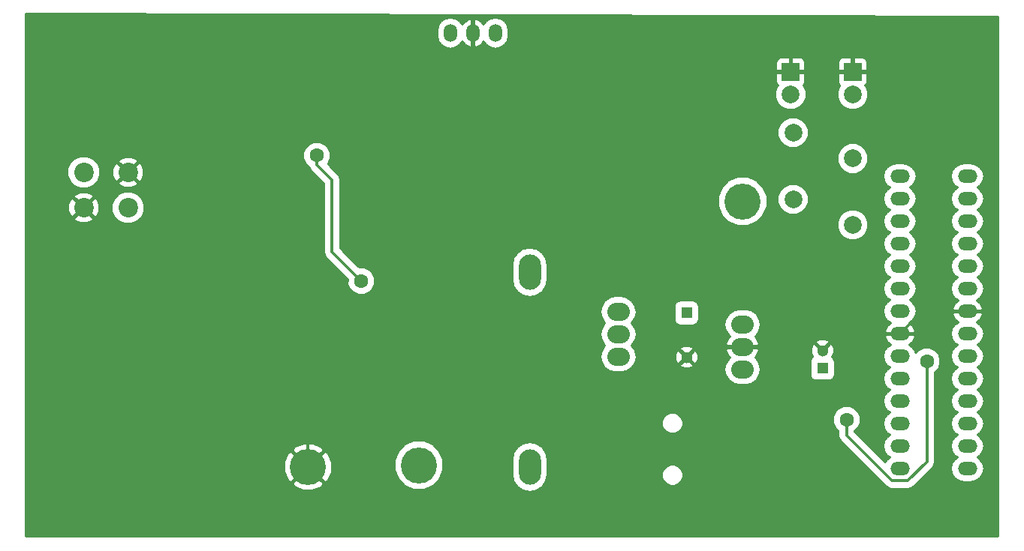
<source format=gbr>
G04 #@! TF.FileFunction,Copper,L2,Bot,Signal*
%FSLAX46Y46*%
G04 Gerber Fmt 4.6, Leading zero omitted, Abs format (unit mm)*
G04 Created by KiCad (PCBNEW (2015-07-20 BZR 5967)-product) date 2015/07/23 18:24:06*
%MOMM*%
G01*
G04 APERTURE LIST*
%ADD10C,0.100000*%
%ADD11R,1.300000X1.300000*%
%ADD12C,1.300000*%
%ADD13R,2.000000X2.000000*%
%ADD14C,2.000000*%
%ADD15O,2.499360X4.000500*%
%ADD16C,2.200000*%
%ADD17C,4.064000*%
%ADD18O,1.501140X1.998980*%
%ADD19C,1.998980*%
%ADD20O,2.540000X2.032000*%
%ADD21O,2.199640X1.501140*%
%ADD22C,1.600000*%
%ADD23C,0.380000*%
G04 APERTURE END LIST*
D10*
D11*
X173700000Y-77600000D03*
D12*
X173700000Y-82600000D03*
D11*
X189020000Y-83850000D03*
D12*
X189020000Y-81850000D03*
D13*
X185435000Y-50400000D03*
D14*
X185435000Y-52940000D03*
D13*
X192420000Y-50400000D03*
D14*
X192420000Y-52940000D03*
D15*
X156000000Y-72999260D03*
X156000000Y-95000740D03*
D16*
X110697216Y-61719634D03*
X110697216Y-65719634D03*
X105697216Y-65719634D03*
X105697216Y-61719634D03*
D17*
X131000000Y-95000000D03*
X143500000Y-94800000D03*
D18*
X147060000Y-46000000D03*
X149600000Y-46000000D03*
X152140000Y-46000000D03*
D19*
X192420000Y-67660000D03*
X192420000Y-60160000D03*
X185700000Y-64750000D03*
X185700000Y-57250000D03*
D20*
X180000000Y-81460000D03*
X180000000Y-84000000D03*
X180000000Y-78920000D03*
D21*
X205365000Y-95205000D03*
X205365000Y-92665000D03*
X205365000Y-90125000D03*
X205365000Y-87585000D03*
X205365000Y-85045000D03*
X205365000Y-82505000D03*
X205365000Y-79965000D03*
X205365000Y-77425000D03*
X205365000Y-74885000D03*
X205365000Y-72345000D03*
X205365000Y-69805000D03*
X205365000Y-67265000D03*
X205365000Y-64725000D03*
X205365000Y-62185000D03*
X197745000Y-62185000D03*
X197745000Y-64725000D03*
X197745000Y-67265000D03*
X197745000Y-69805000D03*
X197745000Y-72345000D03*
X197745000Y-74885000D03*
X197745000Y-77425000D03*
X197745000Y-79965000D03*
X197745000Y-82505000D03*
X197745000Y-85045000D03*
X197745000Y-87585000D03*
X197745000Y-90125000D03*
X197745000Y-92665000D03*
X197745000Y-95205000D03*
D20*
X166000000Y-80000000D03*
X166000000Y-77460000D03*
X166000000Y-82540000D03*
D17*
X180000000Y-65000000D03*
D22*
X127000000Y-56500000D03*
X143700000Y-75200000D03*
X201420000Y-78520000D03*
X191740000Y-89670000D03*
X200780000Y-83070000D03*
X136997582Y-74000000D03*
X131997216Y-59819634D03*
D23*
X143700000Y-75200000D02*
X131000000Y-87900000D01*
X131000000Y-87900000D02*
X131000000Y-95000000D01*
X201420000Y-78520000D02*
X199190000Y-78520000D01*
X199190000Y-78520000D02*
X197745000Y-79965000D01*
X127011216Y-56505634D02*
X115911216Y-56505634D01*
X115911216Y-56505634D02*
X110697216Y-61719634D01*
X198094250Y-79965000D02*
X197745000Y-79965000D01*
X191740000Y-91416832D02*
X191740000Y-89670000D01*
X200780000Y-83070000D02*
X200780000Y-94386832D01*
X198641252Y-96525580D02*
X196848748Y-96525580D01*
X200780000Y-94386832D02*
X198641252Y-96525580D01*
X196848748Y-96525580D02*
X191740000Y-91416832D01*
X133697216Y-62551004D02*
X133697216Y-70699634D01*
X133697216Y-70699634D02*
X136997582Y-74000000D01*
X131997216Y-59719634D02*
X131997216Y-60851004D01*
X131997216Y-60851004D02*
X133697216Y-62551004D01*
G36*
X208810000Y-44184186D02*
X208810000Y-102810000D01*
X99190000Y-102810000D01*
X99190000Y-96889530D01*
X129200980Y-96889530D01*
X129416119Y-97288909D01*
X130412612Y-97720801D01*
X131498530Y-97738476D01*
X132508551Y-97339243D01*
X132583881Y-97288909D01*
X132799020Y-96889530D01*
X131000000Y-95090510D01*
X129200980Y-96889530D01*
X99190000Y-96889530D01*
X99190000Y-95498530D01*
X128261524Y-95498530D01*
X128660757Y-96508551D01*
X128711091Y-96583881D01*
X129110470Y-96799020D01*
X130909490Y-95000000D01*
X131090510Y-95000000D01*
X132889530Y-96799020D01*
X133288909Y-96583881D01*
X133720801Y-95587388D01*
X133724521Y-95358868D01*
X140677511Y-95358868D01*
X141106230Y-96396446D01*
X141899378Y-97190980D01*
X142936207Y-97621509D01*
X144058868Y-97622489D01*
X145096446Y-97193770D01*
X145890980Y-96400622D01*
X146321509Y-95363793D01*
X146322489Y-94241132D01*
X146303637Y-94195506D01*
X153960320Y-94195506D01*
X153960320Y-95805974D01*
X154115581Y-96586526D01*
X154557728Y-97248246D01*
X155219448Y-97690393D01*
X156000000Y-97845654D01*
X156780552Y-97690393D01*
X157442272Y-97248246D01*
X157884419Y-96586526D01*
X157966959Y-96171566D01*
X170860785Y-96171566D01*
X171049102Y-96627328D01*
X171397497Y-96976332D01*
X171852931Y-97165445D01*
X172346066Y-97165875D01*
X172801828Y-96977558D01*
X173150832Y-96629163D01*
X173339945Y-96173729D01*
X173340375Y-95680594D01*
X173152058Y-95224832D01*
X172803663Y-94875828D01*
X172348229Y-94686715D01*
X171855094Y-94686285D01*
X171399332Y-94874602D01*
X171050328Y-95222997D01*
X170861215Y-95678431D01*
X170860785Y-96171566D01*
X157966959Y-96171566D01*
X158039680Y-95805974D01*
X158039680Y-94195506D01*
X157884419Y-93414954D01*
X157442272Y-92753234D01*
X156780552Y-92311087D01*
X156000000Y-92155826D01*
X155219448Y-92311087D01*
X154557728Y-92753234D01*
X154115581Y-93414954D01*
X153960320Y-94195506D01*
X146303637Y-94195506D01*
X145893770Y-93203554D01*
X145100622Y-92409020D01*
X144063793Y-91978491D01*
X142941132Y-91977511D01*
X141903554Y-92406230D01*
X141109020Y-93199378D01*
X140678491Y-94236207D01*
X140677511Y-95358868D01*
X133724521Y-95358868D01*
X133738476Y-94501470D01*
X133339243Y-93491449D01*
X133288909Y-93416119D01*
X132889530Y-93200980D01*
X131090510Y-95000000D01*
X130909490Y-95000000D01*
X130909490Y-95000000D01*
X129110470Y-93200980D01*
X128711091Y-93416119D01*
X128279199Y-94412612D01*
X128261524Y-95498530D01*
X99190000Y-95498530D01*
X99190000Y-93110470D01*
X129200980Y-93110470D01*
X131000000Y-94909490D01*
X132799020Y-93110470D01*
X132583881Y-92711091D01*
X131587388Y-92279199D01*
X130501470Y-92261524D01*
X129491449Y-92660757D01*
X129416119Y-92711091D01*
X129200980Y-93110470D01*
X99190000Y-93110470D01*
X99190000Y-90319406D01*
X170860785Y-90319406D01*
X171049102Y-90775168D01*
X171397497Y-91124172D01*
X171852931Y-91313285D01*
X172346066Y-91313715D01*
X172801828Y-91125398D01*
X173150832Y-90777003D01*
X173339945Y-90321569D01*
X173340239Y-89984883D01*
X190149725Y-89984883D01*
X190391278Y-90569486D01*
X190760000Y-90938852D01*
X190760000Y-91416827D01*
X190759999Y-91416832D01*
X190834598Y-91791862D01*
X191047035Y-92109797D01*
X196155781Y-97218542D01*
X196155783Y-97218545D01*
X196473718Y-97430982D01*
X196535940Y-97443359D01*
X196848748Y-97505581D01*
X196848753Y-97505580D01*
X198641247Y-97505580D01*
X198641252Y-97505581D01*
X199016282Y-97430982D01*
X199334217Y-97218545D01*
X201472962Y-95079799D01*
X201472965Y-95079797D01*
X201685402Y-94761862D01*
X201760000Y-94386832D01*
X201760000Y-84338348D01*
X202127150Y-83971839D01*
X202369723Y-83387658D01*
X202370275Y-82755117D01*
X202128722Y-82170514D01*
X201681839Y-81722850D01*
X201097658Y-81480277D01*
X200465117Y-81479725D01*
X199880514Y-81721278D01*
X199576349Y-82024913D01*
X199554575Y-81915449D01*
X199220621Y-81415653D01*
X198854539Y-81171044D01*
X199163798Y-80944038D01*
X199457045Y-80460215D01*
X199513577Y-80254597D01*
X199366712Y-80029000D01*
X197809000Y-80029000D01*
X197809000Y-80049000D01*
X197681000Y-80049000D01*
X197681000Y-80029000D01*
X196123288Y-80029000D01*
X195976423Y-80254597D01*
X196032955Y-80460215D01*
X196326202Y-80944038D01*
X196635461Y-81171044D01*
X196269379Y-81415653D01*
X195935425Y-81915449D01*
X195818156Y-82505000D01*
X195935425Y-83094551D01*
X196269379Y-83594347D01*
X196539745Y-83775000D01*
X196269379Y-83955653D01*
X195935425Y-84455449D01*
X195818156Y-85045000D01*
X195935425Y-85634551D01*
X196269379Y-86134347D01*
X196539745Y-86315000D01*
X196269379Y-86495653D01*
X195935425Y-86995449D01*
X195818156Y-87585000D01*
X195935425Y-88174551D01*
X196269379Y-88674347D01*
X196539745Y-88855000D01*
X196269379Y-89035653D01*
X195935425Y-89535449D01*
X195818156Y-90125000D01*
X195935425Y-90714551D01*
X196269379Y-91214347D01*
X196539745Y-91395000D01*
X196269379Y-91575653D01*
X195935425Y-92075449D01*
X195818156Y-92665000D01*
X195935425Y-93254551D01*
X196269379Y-93754347D01*
X196539745Y-93935000D01*
X196269379Y-94115653D01*
X196091285Y-94382188D01*
X192720000Y-91010902D01*
X192720000Y-90938348D01*
X193087150Y-90571839D01*
X193329723Y-89987658D01*
X193330275Y-89355117D01*
X193088722Y-88770514D01*
X192641839Y-88322850D01*
X192057658Y-88080277D01*
X191425117Y-88079725D01*
X190840514Y-88321278D01*
X190392850Y-88768161D01*
X190150277Y-89352342D01*
X190149725Y-89984883D01*
X173340239Y-89984883D01*
X173340375Y-89828434D01*
X173152058Y-89372672D01*
X172803663Y-89023668D01*
X172348229Y-88834555D01*
X171855094Y-88834125D01*
X171399332Y-89022442D01*
X171050328Y-89370837D01*
X170861215Y-89826271D01*
X170860785Y-90319406D01*
X99190000Y-90319406D01*
X99190000Y-77460000D01*
X163899642Y-77460000D01*
X164037116Y-78151126D01*
X164423906Y-78730000D01*
X164037116Y-79308874D01*
X163899642Y-80000000D01*
X164037116Y-80691126D01*
X164423906Y-81270000D01*
X164037116Y-81848874D01*
X163899642Y-82540000D01*
X164037116Y-83231126D01*
X164428607Y-83817035D01*
X165014516Y-84208526D01*
X165705642Y-84346000D01*
X166294358Y-84346000D01*
X166985484Y-84208526D01*
X167297566Y-84000000D01*
X177899642Y-84000000D01*
X178037116Y-84691126D01*
X178428607Y-85277035D01*
X179014516Y-85668526D01*
X179705642Y-85806000D01*
X180294358Y-85806000D01*
X180985484Y-85668526D01*
X181571393Y-85277035D01*
X181962884Y-84691126D01*
X182100358Y-84000000D01*
X181962884Y-83308874D01*
X181890137Y-83200000D01*
X187564523Y-83200000D01*
X187564523Y-84500000D01*
X187622968Y-84801224D01*
X187796879Y-85065973D01*
X188059424Y-85243193D01*
X188370000Y-85305477D01*
X189670000Y-85305477D01*
X189971224Y-85247032D01*
X190235973Y-85073121D01*
X190413193Y-84810576D01*
X190475477Y-84500000D01*
X190475477Y-83200000D01*
X190417032Y-82898776D01*
X190243121Y-82634027D01*
X190175230Y-82588200D01*
X190369925Y-82108269D01*
X190366004Y-81572016D01*
X190168332Y-81094797D01*
X189912511Y-81047999D01*
X189110510Y-81850000D01*
X189124652Y-81864142D01*
X189034142Y-81954652D01*
X189020000Y-81940510D01*
X189005858Y-81954652D01*
X188915348Y-81864142D01*
X188929490Y-81850000D01*
X188127489Y-81047999D01*
X187871668Y-81094797D01*
X187670075Y-81591731D01*
X187673996Y-82127984D01*
X187864258Y-82587314D01*
X187804027Y-82626879D01*
X187626807Y-82889424D01*
X187564523Y-83200000D01*
X181890137Y-83200000D01*
X181571393Y-82722965D01*
X181470968Y-82655863D01*
X181511236Y-82626726D01*
X181862021Y-82056791D01*
X181935706Y-81791154D01*
X181792169Y-81524000D01*
X180064000Y-81524000D01*
X180064000Y-81544000D01*
X179936000Y-81544000D01*
X179936000Y-81524000D01*
X178207831Y-81524000D01*
X178064294Y-81791154D01*
X178137979Y-82056791D01*
X178488764Y-82626726D01*
X178529032Y-82655863D01*
X178428607Y-82722965D01*
X178037116Y-83308874D01*
X177899642Y-84000000D01*
X167297566Y-84000000D01*
X167571393Y-83817035D01*
X167788233Y-83492511D01*
X172897999Y-83492511D01*
X172944797Y-83748332D01*
X173441731Y-83949925D01*
X173977984Y-83946004D01*
X174455203Y-83748332D01*
X174502001Y-83492511D01*
X173700000Y-82690510D01*
X172897999Y-83492511D01*
X167788233Y-83492511D01*
X167962884Y-83231126D01*
X168100358Y-82540000D01*
X168060920Y-82341731D01*
X172350075Y-82341731D01*
X172353996Y-82877984D01*
X172551668Y-83355203D01*
X172807489Y-83402001D01*
X173609490Y-82600000D01*
X173790510Y-82600000D01*
X174592511Y-83402001D01*
X174848332Y-83355203D01*
X175049925Y-82858269D01*
X175046004Y-82322016D01*
X174848332Y-81844797D01*
X174592511Y-81797999D01*
X173790510Y-82600000D01*
X173609490Y-82600000D01*
X173609490Y-82600000D01*
X172807489Y-81797999D01*
X172551668Y-81844797D01*
X172350075Y-82341731D01*
X168060920Y-82341731D01*
X167962884Y-81848874D01*
X167868414Y-81707489D01*
X172897999Y-81707489D01*
X173700000Y-82509490D01*
X174502001Y-81707489D01*
X174455203Y-81451668D01*
X173958269Y-81250075D01*
X173422016Y-81253996D01*
X172944797Y-81451668D01*
X172897999Y-81707489D01*
X167868414Y-81707489D01*
X167576094Y-81270000D01*
X167962884Y-80691126D01*
X168100358Y-80000000D01*
X167962884Y-79308874D01*
X167576094Y-78730000D01*
X167962884Y-78151126D01*
X168100358Y-77460000D01*
X167998912Y-76950000D01*
X172244523Y-76950000D01*
X172244523Y-78250000D01*
X172302968Y-78551224D01*
X172476879Y-78815973D01*
X172739424Y-78993193D01*
X173050000Y-79055477D01*
X174350000Y-79055477D01*
X174651224Y-78997032D01*
X174768492Y-78920000D01*
X177899642Y-78920000D01*
X178037116Y-79611126D01*
X178428607Y-80197035D01*
X178529032Y-80264137D01*
X178488764Y-80293274D01*
X178137979Y-80863209D01*
X178064294Y-81128846D01*
X178207831Y-81396000D01*
X179936000Y-81396000D01*
X179936000Y-81376000D01*
X180064000Y-81376000D01*
X180064000Y-81396000D01*
X181792169Y-81396000D01*
X181935706Y-81128846D01*
X181888173Y-80957489D01*
X188217999Y-80957489D01*
X189020000Y-81759490D01*
X189822001Y-80957489D01*
X189775203Y-80701668D01*
X189278269Y-80500075D01*
X188742016Y-80503996D01*
X188264797Y-80701668D01*
X188217999Y-80957489D01*
X181888173Y-80957489D01*
X181862021Y-80863209D01*
X181511236Y-80293274D01*
X181470968Y-80264137D01*
X181571393Y-80197035D01*
X181726433Y-79965000D01*
X203438156Y-79965000D01*
X203555425Y-80554551D01*
X203889379Y-81054347D01*
X204159745Y-81235000D01*
X203889379Y-81415653D01*
X203555425Y-81915449D01*
X203438156Y-82505000D01*
X203555425Y-83094551D01*
X203889379Y-83594347D01*
X204159745Y-83775000D01*
X203889379Y-83955653D01*
X203555425Y-84455449D01*
X203438156Y-85045000D01*
X203555425Y-85634551D01*
X203889379Y-86134347D01*
X204159745Y-86315000D01*
X203889379Y-86495653D01*
X203555425Y-86995449D01*
X203438156Y-87585000D01*
X203555425Y-88174551D01*
X203889379Y-88674347D01*
X204159745Y-88855000D01*
X203889379Y-89035653D01*
X203555425Y-89535449D01*
X203438156Y-90125000D01*
X203555425Y-90714551D01*
X203889379Y-91214347D01*
X204159745Y-91395000D01*
X203889379Y-91575653D01*
X203555425Y-92075449D01*
X203438156Y-92665000D01*
X203555425Y-93254551D01*
X203889379Y-93754347D01*
X204159745Y-93935000D01*
X203889379Y-94115653D01*
X203555425Y-94615449D01*
X203438156Y-95205000D01*
X203555425Y-95794551D01*
X203889379Y-96294347D01*
X204389175Y-96628301D01*
X204978726Y-96745570D01*
X205751274Y-96745570D01*
X206340825Y-96628301D01*
X206840621Y-96294347D01*
X207174575Y-95794551D01*
X207291844Y-95205000D01*
X207174575Y-94615449D01*
X206840621Y-94115653D01*
X206570255Y-93935000D01*
X206840621Y-93754347D01*
X207174575Y-93254551D01*
X207291844Y-92665000D01*
X207174575Y-92075449D01*
X206840621Y-91575653D01*
X206570255Y-91395000D01*
X206840621Y-91214347D01*
X207174575Y-90714551D01*
X207291844Y-90125000D01*
X207174575Y-89535449D01*
X206840621Y-89035653D01*
X206570255Y-88855000D01*
X206840621Y-88674347D01*
X207174575Y-88174551D01*
X207291844Y-87585000D01*
X207174575Y-86995449D01*
X206840621Y-86495653D01*
X206570255Y-86315000D01*
X206840621Y-86134347D01*
X207174575Y-85634551D01*
X207291844Y-85045000D01*
X207174575Y-84455449D01*
X206840621Y-83955653D01*
X206570255Y-83775000D01*
X206840621Y-83594347D01*
X207174575Y-83094551D01*
X207291844Y-82505000D01*
X207174575Y-81915449D01*
X206840621Y-81415653D01*
X206570255Y-81235000D01*
X206840621Y-81054347D01*
X207174575Y-80554551D01*
X207291844Y-79965000D01*
X207174575Y-79375449D01*
X206840621Y-78875653D01*
X206474539Y-78631044D01*
X206783798Y-78404038D01*
X207077045Y-77920215D01*
X207133577Y-77714597D01*
X206986712Y-77489000D01*
X205429000Y-77489000D01*
X205429000Y-77509000D01*
X205301000Y-77509000D01*
X205301000Y-77489000D01*
X203743288Y-77489000D01*
X203596423Y-77714597D01*
X203652955Y-77920215D01*
X203946202Y-78404038D01*
X204255461Y-78631044D01*
X203889379Y-78875653D01*
X203555425Y-79375449D01*
X203438156Y-79965000D01*
X181726433Y-79965000D01*
X181962884Y-79611126D01*
X182100358Y-78920000D01*
X181962884Y-78228874D01*
X181571393Y-77642965D01*
X180985484Y-77251474D01*
X180294358Y-77114000D01*
X179705642Y-77114000D01*
X179014516Y-77251474D01*
X178428607Y-77642965D01*
X178037116Y-78228874D01*
X177899642Y-78920000D01*
X174768492Y-78920000D01*
X174915973Y-78823121D01*
X175093193Y-78560576D01*
X175155477Y-78250000D01*
X175155477Y-76950000D01*
X175097032Y-76648776D01*
X174923121Y-76384027D01*
X174660576Y-76206807D01*
X174350000Y-76144523D01*
X173050000Y-76144523D01*
X172748776Y-76202968D01*
X172484027Y-76376879D01*
X172306807Y-76639424D01*
X172244523Y-76950000D01*
X167998912Y-76950000D01*
X167962884Y-76768874D01*
X167571393Y-76182965D01*
X166985484Y-75791474D01*
X166294358Y-75654000D01*
X165705642Y-75654000D01*
X165014516Y-75791474D01*
X164428607Y-76182965D01*
X164037116Y-76768874D01*
X163899642Y-77460000D01*
X99190000Y-77460000D01*
X99190000Y-66936911D01*
X104570448Y-66936911D01*
X104672107Y-67239459D01*
X105331751Y-67516061D01*
X106047033Y-67519174D01*
X106709059Y-67248322D01*
X106722325Y-67239459D01*
X106823984Y-66936911D01*
X105697216Y-65810144D01*
X104570448Y-66936911D01*
X99190000Y-66936911D01*
X99190000Y-66069451D01*
X103897676Y-66069451D01*
X104168528Y-66731477D01*
X104177391Y-66744743D01*
X104479939Y-66846402D01*
X105606706Y-65719634D01*
X105787726Y-65719634D01*
X106914493Y-66846402D01*
X107217041Y-66744743D01*
X107489940Y-66093929D01*
X108806889Y-66093929D01*
X109094018Y-66788834D01*
X109625219Y-67320964D01*
X110319622Y-67609305D01*
X111071511Y-67609961D01*
X111766416Y-67322832D01*
X112298546Y-66791631D01*
X112586887Y-66097228D01*
X112587543Y-65345339D01*
X112300414Y-64650434D01*
X111769213Y-64118304D01*
X111074810Y-63829963D01*
X110322921Y-63829307D01*
X109628016Y-64116436D01*
X109095886Y-64647637D01*
X108807545Y-65342040D01*
X108806889Y-66093929D01*
X107489940Y-66093929D01*
X107493643Y-66085099D01*
X107496756Y-65369817D01*
X107225904Y-64707791D01*
X107217041Y-64694525D01*
X106914493Y-64592866D01*
X105787726Y-65719634D01*
X105606706Y-65719634D01*
X105606706Y-65719634D01*
X104479939Y-64592866D01*
X104177391Y-64694525D01*
X103900789Y-65354169D01*
X103897676Y-66069451D01*
X99190000Y-66069451D01*
X99190000Y-64502357D01*
X104570448Y-64502357D01*
X105697216Y-65629124D01*
X106823984Y-64502357D01*
X106722325Y-64199809D01*
X106062681Y-63923207D01*
X105347399Y-63920094D01*
X104685373Y-64190946D01*
X104672107Y-64199809D01*
X104570448Y-64502357D01*
X99190000Y-64502357D01*
X99190000Y-62093929D01*
X103806889Y-62093929D01*
X104094018Y-62788834D01*
X104625219Y-63320964D01*
X105319622Y-63609305D01*
X106071511Y-63609961D01*
X106766416Y-63322832D01*
X107153012Y-62936911D01*
X109570448Y-62936911D01*
X109672107Y-63239459D01*
X110331751Y-63516061D01*
X111047033Y-63519174D01*
X111709059Y-63248322D01*
X111722325Y-63239459D01*
X111823984Y-62936911D01*
X110697216Y-61810144D01*
X109570448Y-62936911D01*
X107153012Y-62936911D01*
X107298546Y-62791631D01*
X107586887Y-62097228D01*
X107586911Y-62069451D01*
X108897676Y-62069451D01*
X109168528Y-62731477D01*
X109177391Y-62744743D01*
X109479939Y-62846402D01*
X110606706Y-61719634D01*
X110787726Y-61719634D01*
X111914493Y-62846402D01*
X112217041Y-62744743D01*
X112493643Y-62085099D01*
X112496756Y-61369817D01*
X112225904Y-60707791D01*
X112217041Y-60694525D01*
X111914493Y-60592866D01*
X110787726Y-61719634D01*
X110606706Y-61719634D01*
X110606706Y-61719634D01*
X109479939Y-60592866D01*
X109177391Y-60694525D01*
X108900789Y-61354169D01*
X108897676Y-62069451D01*
X107586911Y-62069451D01*
X107587543Y-61345339D01*
X107300414Y-60650434D01*
X107152596Y-60502357D01*
X109570448Y-60502357D01*
X110697216Y-61629124D01*
X111823984Y-60502357D01*
X111722325Y-60199809D01*
X111566616Y-60134517D01*
X130406941Y-60134517D01*
X130648494Y-60719120D01*
X131076209Y-61147582D01*
X131091814Y-61226034D01*
X131304251Y-61543969D01*
X132717216Y-62956934D01*
X132717216Y-70699629D01*
X132717215Y-70699634D01*
X132791814Y-71074664D01*
X133004251Y-71392599D01*
X135407760Y-73796107D01*
X135407307Y-74314883D01*
X135648860Y-74899486D01*
X136095743Y-75347150D01*
X136679924Y-75589723D01*
X137312465Y-75590275D01*
X137897068Y-75348722D01*
X138344732Y-74901839D01*
X138587305Y-74317658D01*
X138587857Y-73685117D01*
X138346304Y-73100514D01*
X137899421Y-72652850D01*
X137315240Y-72410277D01*
X136793333Y-72409822D01*
X136577537Y-72194026D01*
X153960320Y-72194026D01*
X153960320Y-73804494D01*
X154115581Y-74585046D01*
X154557728Y-75246766D01*
X155219448Y-75688913D01*
X156000000Y-75844174D01*
X156780552Y-75688913D01*
X157442272Y-75246766D01*
X157884419Y-74585046D01*
X158039680Y-73804494D01*
X158039680Y-72194026D01*
X157884419Y-71413474D01*
X157442272Y-70751754D01*
X156780552Y-70309607D01*
X156000000Y-70154346D01*
X155219448Y-70309607D01*
X154557728Y-70751754D01*
X154115581Y-71413474D01*
X153960320Y-72194026D01*
X136577537Y-72194026D01*
X134677216Y-70293704D01*
X134677216Y-68014390D01*
X190630200Y-68014390D01*
X190902060Y-68672340D01*
X191405012Y-69176171D01*
X192062487Y-69449179D01*
X192774390Y-69449800D01*
X193432340Y-69177940D01*
X193936171Y-68674988D01*
X194209179Y-68017513D01*
X194209800Y-67305610D01*
X193937940Y-66647660D01*
X193434988Y-66143829D01*
X192777513Y-65870821D01*
X192065610Y-65870200D01*
X191407660Y-66142060D01*
X190903829Y-66645012D01*
X190630821Y-67302487D01*
X190630200Y-68014390D01*
X134677216Y-68014390D01*
X134677216Y-65558868D01*
X177177511Y-65558868D01*
X177606230Y-66596446D01*
X178399378Y-67390980D01*
X179436207Y-67821509D01*
X180558868Y-67822489D01*
X181596446Y-67393770D01*
X182390980Y-66600622D01*
X182821509Y-65563793D01*
X182821910Y-65104390D01*
X183910200Y-65104390D01*
X184182060Y-65762340D01*
X184685012Y-66266171D01*
X185342487Y-66539179D01*
X186054390Y-66539800D01*
X186712340Y-66267940D01*
X187216171Y-65764988D01*
X187489179Y-65107513D01*
X187489800Y-64395610D01*
X187217940Y-63737660D01*
X186714988Y-63233829D01*
X186057513Y-62960821D01*
X185345610Y-62960200D01*
X184687660Y-63232060D01*
X184183829Y-63735012D01*
X183910821Y-64392487D01*
X183910200Y-65104390D01*
X182821910Y-65104390D01*
X182822489Y-64441132D01*
X182393770Y-63403554D01*
X181600622Y-62609020D01*
X180579468Y-62185000D01*
X195818156Y-62185000D01*
X195935425Y-62774551D01*
X196269379Y-63274347D01*
X196539745Y-63455000D01*
X196269379Y-63635653D01*
X195935425Y-64135449D01*
X195818156Y-64725000D01*
X195935425Y-65314551D01*
X196269379Y-65814347D01*
X196539745Y-65995000D01*
X196269379Y-66175653D01*
X195935425Y-66675449D01*
X195818156Y-67265000D01*
X195935425Y-67854551D01*
X196269379Y-68354347D01*
X196539745Y-68535000D01*
X196269379Y-68715653D01*
X195935425Y-69215449D01*
X195818156Y-69805000D01*
X195935425Y-70394551D01*
X196269379Y-70894347D01*
X196539745Y-71075000D01*
X196269379Y-71255653D01*
X195935425Y-71755449D01*
X195818156Y-72345000D01*
X195935425Y-72934551D01*
X196269379Y-73434347D01*
X196539745Y-73615000D01*
X196269379Y-73795653D01*
X195935425Y-74295449D01*
X195818156Y-74885000D01*
X195935425Y-75474551D01*
X196269379Y-75974347D01*
X196539745Y-76155000D01*
X196269379Y-76335653D01*
X195935425Y-76835449D01*
X195818156Y-77425000D01*
X195935425Y-78014551D01*
X196269379Y-78514347D01*
X196635461Y-78758956D01*
X196326202Y-78985962D01*
X196032955Y-79469785D01*
X195976423Y-79675403D01*
X196123288Y-79901000D01*
X197681000Y-79901000D01*
X197681000Y-79881000D01*
X197809000Y-79881000D01*
X197809000Y-79901000D01*
X199366712Y-79901000D01*
X199513577Y-79675403D01*
X199457045Y-79469785D01*
X199163798Y-78985962D01*
X198854539Y-78758956D01*
X199220621Y-78514347D01*
X199554575Y-78014551D01*
X199671844Y-77425000D01*
X199554575Y-76835449D01*
X199220621Y-76335653D01*
X198950255Y-76155000D01*
X199220621Y-75974347D01*
X199554575Y-75474551D01*
X199671844Y-74885000D01*
X199554575Y-74295449D01*
X199220621Y-73795653D01*
X198950255Y-73615000D01*
X199220621Y-73434347D01*
X199554575Y-72934551D01*
X199671844Y-72345000D01*
X199554575Y-71755449D01*
X199220621Y-71255653D01*
X198950255Y-71075000D01*
X199220621Y-70894347D01*
X199554575Y-70394551D01*
X199671844Y-69805000D01*
X199554575Y-69215449D01*
X199220621Y-68715653D01*
X198950255Y-68535000D01*
X199220621Y-68354347D01*
X199554575Y-67854551D01*
X199671844Y-67265000D01*
X199554575Y-66675449D01*
X199220621Y-66175653D01*
X198950255Y-65995000D01*
X199220621Y-65814347D01*
X199554575Y-65314551D01*
X199671844Y-64725000D01*
X199554575Y-64135449D01*
X199220621Y-63635653D01*
X198950255Y-63455000D01*
X199220621Y-63274347D01*
X199554575Y-62774551D01*
X199671844Y-62185000D01*
X203438156Y-62185000D01*
X203555425Y-62774551D01*
X203889379Y-63274347D01*
X204159745Y-63455000D01*
X203889379Y-63635653D01*
X203555425Y-64135449D01*
X203438156Y-64725000D01*
X203555425Y-65314551D01*
X203889379Y-65814347D01*
X204159745Y-65995000D01*
X203889379Y-66175653D01*
X203555425Y-66675449D01*
X203438156Y-67265000D01*
X203555425Y-67854551D01*
X203889379Y-68354347D01*
X204159745Y-68535000D01*
X203889379Y-68715653D01*
X203555425Y-69215449D01*
X203438156Y-69805000D01*
X203555425Y-70394551D01*
X203889379Y-70894347D01*
X204159745Y-71075000D01*
X203889379Y-71255653D01*
X203555425Y-71755449D01*
X203438156Y-72345000D01*
X203555425Y-72934551D01*
X203889379Y-73434347D01*
X204159745Y-73615000D01*
X203889379Y-73795653D01*
X203555425Y-74295449D01*
X203438156Y-74885000D01*
X203555425Y-75474551D01*
X203889379Y-75974347D01*
X204255461Y-76218956D01*
X203946202Y-76445962D01*
X203652955Y-76929785D01*
X203596423Y-77135403D01*
X203743288Y-77361000D01*
X205301000Y-77361000D01*
X205301000Y-77341000D01*
X205429000Y-77341000D01*
X205429000Y-77361000D01*
X206986712Y-77361000D01*
X207133577Y-77135403D01*
X207077045Y-76929785D01*
X206783798Y-76445962D01*
X206474539Y-76218956D01*
X206840621Y-75974347D01*
X207174575Y-75474551D01*
X207291844Y-74885000D01*
X207174575Y-74295449D01*
X206840621Y-73795653D01*
X206570255Y-73615000D01*
X206840621Y-73434347D01*
X207174575Y-72934551D01*
X207291844Y-72345000D01*
X207174575Y-71755449D01*
X206840621Y-71255653D01*
X206570255Y-71075000D01*
X206840621Y-70894347D01*
X207174575Y-70394551D01*
X207291844Y-69805000D01*
X207174575Y-69215449D01*
X206840621Y-68715653D01*
X206570255Y-68535000D01*
X206840621Y-68354347D01*
X207174575Y-67854551D01*
X207291844Y-67265000D01*
X207174575Y-66675449D01*
X206840621Y-66175653D01*
X206570255Y-65995000D01*
X206840621Y-65814347D01*
X207174575Y-65314551D01*
X207291844Y-64725000D01*
X207174575Y-64135449D01*
X206840621Y-63635653D01*
X206570255Y-63455000D01*
X206840621Y-63274347D01*
X207174575Y-62774551D01*
X207291844Y-62185000D01*
X207174575Y-61595449D01*
X206840621Y-61095653D01*
X206340825Y-60761699D01*
X205751274Y-60644430D01*
X204978726Y-60644430D01*
X204389175Y-60761699D01*
X203889379Y-61095653D01*
X203555425Y-61595449D01*
X203438156Y-62185000D01*
X199671844Y-62185000D01*
X199671844Y-62185000D01*
X199554575Y-61595449D01*
X199220621Y-61095653D01*
X198720825Y-60761699D01*
X198131274Y-60644430D01*
X197358726Y-60644430D01*
X196769175Y-60761699D01*
X196269379Y-61095653D01*
X195935425Y-61595449D01*
X195818156Y-62185000D01*
X180579468Y-62185000D01*
X180563793Y-62178491D01*
X179441132Y-62177511D01*
X178403554Y-62606230D01*
X177609020Y-63399378D01*
X177178491Y-64436207D01*
X177177511Y-65558868D01*
X134677216Y-65558868D01*
X134677216Y-62551004D01*
X134602618Y-62175974D01*
X134390181Y-61858039D01*
X133298951Y-60766809D01*
X133344366Y-60721473D01*
X133430354Y-60514390D01*
X190630200Y-60514390D01*
X190902060Y-61172340D01*
X191405012Y-61676171D01*
X192062487Y-61949179D01*
X192774390Y-61949800D01*
X193432340Y-61677940D01*
X193936171Y-61174988D01*
X194209179Y-60517513D01*
X194209800Y-59805610D01*
X193937940Y-59147660D01*
X193434988Y-58643829D01*
X192777513Y-58370821D01*
X192065610Y-58370200D01*
X191407660Y-58642060D01*
X190903829Y-59145012D01*
X190630821Y-59802487D01*
X190630200Y-60514390D01*
X133430354Y-60514390D01*
X133586939Y-60137292D01*
X133587491Y-59504751D01*
X133345938Y-58920148D01*
X132899055Y-58472484D01*
X132314874Y-58229911D01*
X131682333Y-58229359D01*
X131097730Y-58470912D01*
X130650066Y-58917795D01*
X130407493Y-59501976D01*
X130406941Y-60134517D01*
X111566616Y-60134517D01*
X111062681Y-59923207D01*
X110347399Y-59920094D01*
X109685373Y-60190946D01*
X109672107Y-60199809D01*
X109570448Y-60502357D01*
X107152596Y-60502357D01*
X106769213Y-60118304D01*
X106074810Y-59829963D01*
X105322921Y-59829307D01*
X104628016Y-60116436D01*
X104095886Y-60647637D01*
X103807545Y-61342040D01*
X103806889Y-62093929D01*
X99190000Y-62093929D01*
X99190000Y-57604390D01*
X183910200Y-57604390D01*
X184182060Y-58262340D01*
X184685012Y-58766171D01*
X185342487Y-59039179D01*
X186054390Y-59039800D01*
X186712340Y-58767940D01*
X187216171Y-58264988D01*
X187489179Y-57607513D01*
X187489800Y-56895610D01*
X187217940Y-56237660D01*
X186714988Y-55733829D01*
X186057513Y-55460821D01*
X185345610Y-55460200D01*
X184687660Y-55732060D01*
X184183829Y-56235012D01*
X183910821Y-56892487D01*
X183910200Y-57604390D01*
X99190000Y-57604390D01*
X99190000Y-53294491D01*
X183644690Y-53294491D01*
X183916627Y-53952629D01*
X184419723Y-54456603D01*
X185077385Y-54729688D01*
X185789491Y-54730310D01*
X186447629Y-54458373D01*
X186951603Y-53955277D01*
X187224688Y-53297615D01*
X187224691Y-53294491D01*
X190629690Y-53294491D01*
X190901627Y-53952629D01*
X191404723Y-54456603D01*
X192062385Y-54729688D01*
X192774491Y-54730310D01*
X193432629Y-54458373D01*
X193936603Y-53955277D01*
X194209688Y-53297615D01*
X194210310Y-52585509D01*
X193938373Y-51927371D01*
X193909087Y-51898034D01*
X194011736Y-51795385D01*
X194118000Y-51538841D01*
X194118000Y-50638500D01*
X193943500Y-50464000D01*
X192484000Y-50464000D01*
X192484000Y-50484000D01*
X192356000Y-50484000D01*
X192356000Y-50464000D01*
X190896500Y-50464000D01*
X190722000Y-50638500D01*
X190722000Y-51538841D01*
X190828264Y-51795385D01*
X190930523Y-51897644D01*
X190903397Y-51924723D01*
X190630312Y-52582385D01*
X190629690Y-53294491D01*
X187224691Y-53294491D01*
X187225310Y-52585509D01*
X186953373Y-51927371D01*
X186924087Y-51898034D01*
X187026736Y-51795385D01*
X187133000Y-51538841D01*
X187133000Y-50638500D01*
X186958500Y-50464000D01*
X185499000Y-50464000D01*
X185499000Y-50484000D01*
X185371000Y-50484000D01*
X185371000Y-50464000D01*
X183911500Y-50464000D01*
X183737000Y-50638500D01*
X183737000Y-51538841D01*
X183843264Y-51795385D01*
X183945523Y-51897644D01*
X183918397Y-51924723D01*
X183645312Y-52582385D01*
X183644690Y-53294491D01*
X99190000Y-53294491D01*
X99190000Y-49261159D01*
X183737000Y-49261159D01*
X183737000Y-50161500D01*
X183911500Y-50336000D01*
X185371000Y-50336000D01*
X185371000Y-48876500D01*
X185499000Y-48876500D01*
X185499000Y-50336000D01*
X186958500Y-50336000D01*
X187133000Y-50161500D01*
X187133000Y-49261159D01*
X190722000Y-49261159D01*
X190722000Y-50161500D01*
X190896500Y-50336000D01*
X192356000Y-50336000D01*
X192356000Y-48876500D01*
X192484000Y-48876500D01*
X192484000Y-50336000D01*
X193943500Y-50336000D01*
X194118000Y-50161500D01*
X194118000Y-49261159D01*
X194011736Y-49004615D01*
X193815385Y-48808264D01*
X193558841Y-48702000D01*
X192658500Y-48702000D01*
X192484000Y-48876500D01*
X192356000Y-48876500D01*
X192356000Y-48876500D01*
X192181500Y-48702000D01*
X191281159Y-48702000D01*
X191024615Y-48808264D01*
X190828264Y-49004615D01*
X190722000Y-49261159D01*
X187133000Y-49261159D01*
X187133000Y-49261159D01*
X187026736Y-49004615D01*
X186830385Y-48808264D01*
X186573841Y-48702000D01*
X185673500Y-48702000D01*
X185499000Y-48876500D01*
X185371000Y-48876500D01*
X185371000Y-48876500D01*
X185196500Y-48702000D01*
X184296159Y-48702000D01*
X184039615Y-48808264D01*
X183843264Y-49004615D01*
X183737000Y-49261159D01*
X99190000Y-49261159D01*
X99190000Y-45716022D01*
X145519430Y-45716022D01*
X145519430Y-46283978D01*
X145636699Y-46873529D01*
X145970653Y-47373325D01*
X146470449Y-47707279D01*
X147060000Y-47824548D01*
X147649551Y-47707279D01*
X148149347Y-47373325D01*
X148393268Y-47008272D01*
X148620962Y-47318468D01*
X149104785Y-47611715D01*
X149310403Y-47668247D01*
X149536000Y-47521382D01*
X149536000Y-46064000D01*
X149516000Y-46064000D01*
X149516000Y-45936000D01*
X149536000Y-45936000D01*
X149536000Y-44478618D01*
X149664000Y-44478618D01*
X149664000Y-45936000D01*
X149684000Y-45936000D01*
X149684000Y-46064000D01*
X149664000Y-46064000D01*
X149664000Y-47521382D01*
X149889597Y-47668247D01*
X150095215Y-47611715D01*
X150579038Y-47318468D01*
X150806732Y-47008272D01*
X151050653Y-47373325D01*
X151550449Y-47707279D01*
X152140000Y-47824548D01*
X152729551Y-47707279D01*
X153229347Y-47373325D01*
X153563301Y-46873529D01*
X153680570Y-46283978D01*
X153680570Y-45716022D01*
X153563301Y-45126471D01*
X153229347Y-44626675D01*
X152729551Y-44292721D01*
X152140000Y-44175452D01*
X151550449Y-44292721D01*
X151050653Y-44626675D01*
X150806732Y-44991728D01*
X150579038Y-44681532D01*
X150095215Y-44388285D01*
X149889597Y-44331753D01*
X149664000Y-44478618D01*
X149536000Y-44478618D01*
X149536000Y-44478618D01*
X149310403Y-44331753D01*
X149104785Y-44388285D01*
X148620962Y-44681532D01*
X148393268Y-44991728D01*
X148149347Y-44626675D01*
X147649551Y-44292721D01*
X147060000Y-44175452D01*
X146470449Y-44292721D01*
X145970653Y-44626675D01*
X145636699Y-45126471D01*
X145519430Y-45716022D01*
X99190000Y-45716022D01*
X99190000Y-43893160D01*
X208810000Y-44184186D01*
X208810000Y-44184186D01*
G37*
X208810000Y-44184186D02*
X208810000Y-102810000D01*
X99190000Y-102810000D01*
X99190000Y-96889530D01*
X129200980Y-96889530D01*
X129416119Y-97288909D01*
X130412612Y-97720801D01*
X131498530Y-97738476D01*
X132508551Y-97339243D01*
X132583881Y-97288909D01*
X132799020Y-96889530D01*
X131000000Y-95090510D01*
X129200980Y-96889530D01*
X99190000Y-96889530D01*
X99190000Y-95498530D01*
X128261524Y-95498530D01*
X128660757Y-96508551D01*
X128711091Y-96583881D01*
X129110470Y-96799020D01*
X130909490Y-95000000D01*
X131090510Y-95000000D01*
X132889530Y-96799020D01*
X133288909Y-96583881D01*
X133720801Y-95587388D01*
X133724521Y-95358868D01*
X140677511Y-95358868D01*
X141106230Y-96396446D01*
X141899378Y-97190980D01*
X142936207Y-97621509D01*
X144058868Y-97622489D01*
X145096446Y-97193770D01*
X145890980Y-96400622D01*
X146321509Y-95363793D01*
X146322489Y-94241132D01*
X146303637Y-94195506D01*
X153960320Y-94195506D01*
X153960320Y-95805974D01*
X154115581Y-96586526D01*
X154557728Y-97248246D01*
X155219448Y-97690393D01*
X156000000Y-97845654D01*
X156780552Y-97690393D01*
X157442272Y-97248246D01*
X157884419Y-96586526D01*
X157966959Y-96171566D01*
X170860785Y-96171566D01*
X171049102Y-96627328D01*
X171397497Y-96976332D01*
X171852931Y-97165445D01*
X172346066Y-97165875D01*
X172801828Y-96977558D01*
X173150832Y-96629163D01*
X173339945Y-96173729D01*
X173340375Y-95680594D01*
X173152058Y-95224832D01*
X172803663Y-94875828D01*
X172348229Y-94686715D01*
X171855094Y-94686285D01*
X171399332Y-94874602D01*
X171050328Y-95222997D01*
X170861215Y-95678431D01*
X170860785Y-96171566D01*
X157966959Y-96171566D01*
X158039680Y-95805974D01*
X158039680Y-94195506D01*
X157884419Y-93414954D01*
X157442272Y-92753234D01*
X156780552Y-92311087D01*
X156000000Y-92155826D01*
X155219448Y-92311087D01*
X154557728Y-92753234D01*
X154115581Y-93414954D01*
X153960320Y-94195506D01*
X146303637Y-94195506D01*
X145893770Y-93203554D01*
X145100622Y-92409020D01*
X144063793Y-91978491D01*
X142941132Y-91977511D01*
X141903554Y-92406230D01*
X141109020Y-93199378D01*
X140678491Y-94236207D01*
X140677511Y-95358868D01*
X133724521Y-95358868D01*
X133738476Y-94501470D01*
X133339243Y-93491449D01*
X133288909Y-93416119D01*
X132889530Y-93200980D01*
X131090510Y-95000000D01*
X130909490Y-95000000D01*
X130909490Y-95000000D01*
X129110470Y-93200980D01*
X128711091Y-93416119D01*
X128279199Y-94412612D01*
X128261524Y-95498530D01*
X99190000Y-95498530D01*
X99190000Y-93110470D01*
X129200980Y-93110470D01*
X131000000Y-94909490D01*
X132799020Y-93110470D01*
X132583881Y-92711091D01*
X131587388Y-92279199D01*
X130501470Y-92261524D01*
X129491449Y-92660757D01*
X129416119Y-92711091D01*
X129200980Y-93110470D01*
X99190000Y-93110470D01*
X99190000Y-90319406D01*
X170860785Y-90319406D01*
X171049102Y-90775168D01*
X171397497Y-91124172D01*
X171852931Y-91313285D01*
X172346066Y-91313715D01*
X172801828Y-91125398D01*
X173150832Y-90777003D01*
X173339945Y-90321569D01*
X173340239Y-89984883D01*
X190149725Y-89984883D01*
X190391278Y-90569486D01*
X190760000Y-90938852D01*
X190760000Y-91416827D01*
X190759999Y-91416832D01*
X190834598Y-91791862D01*
X191047035Y-92109797D01*
X196155781Y-97218542D01*
X196155783Y-97218545D01*
X196473718Y-97430982D01*
X196535940Y-97443359D01*
X196848748Y-97505581D01*
X196848753Y-97505580D01*
X198641247Y-97505580D01*
X198641252Y-97505581D01*
X199016282Y-97430982D01*
X199334217Y-97218545D01*
X201472962Y-95079799D01*
X201472965Y-95079797D01*
X201685402Y-94761862D01*
X201760000Y-94386832D01*
X201760000Y-84338348D01*
X202127150Y-83971839D01*
X202369723Y-83387658D01*
X202370275Y-82755117D01*
X202128722Y-82170514D01*
X201681839Y-81722850D01*
X201097658Y-81480277D01*
X200465117Y-81479725D01*
X199880514Y-81721278D01*
X199576349Y-82024913D01*
X199554575Y-81915449D01*
X199220621Y-81415653D01*
X198854539Y-81171044D01*
X199163798Y-80944038D01*
X199457045Y-80460215D01*
X199513577Y-80254597D01*
X199366712Y-80029000D01*
X197809000Y-80029000D01*
X197809000Y-80049000D01*
X197681000Y-80049000D01*
X197681000Y-80029000D01*
X196123288Y-80029000D01*
X195976423Y-80254597D01*
X196032955Y-80460215D01*
X196326202Y-80944038D01*
X196635461Y-81171044D01*
X196269379Y-81415653D01*
X195935425Y-81915449D01*
X195818156Y-82505000D01*
X195935425Y-83094551D01*
X196269379Y-83594347D01*
X196539745Y-83775000D01*
X196269379Y-83955653D01*
X195935425Y-84455449D01*
X195818156Y-85045000D01*
X195935425Y-85634551D01*
X196269379Y-86134347D01*
X196539745Y-86315000D01*
X196269379Y-86495653D01*
X195935425Y-86995449D01*
X195818156Y-87585000D01*
X195935425Y-88174551D01*
X196269379Y-88674347D01*
X196539745Y-88855000D01*
X196269379Y-89035653D01*
X195935425Y-89535449D01*
X195818156Y-90125000D01*
X195935425Y-90714551D01*
X196269379Y-91214347D01*
X196539745Y-91395000D01*
X196269379Y-91575653D01*
X195935425Y-92075449D01*
X195818156Y-92665000D01*
X195935425Y-93254551D01*
X196269379Y-93754347D01*
X196539745Y-93935000D01*
X196269379Y-94115653D01*
X196091285Y-94382188D01*
X192720000Y-91010902D01*
X192720000Y-90938348D01*
X193087150Y-90571839D01*
X193329723Y-89987658D01*
X193330275Y-89355117D01*
X193088722Y-88770514D01*
X192641839Y-88322850D01*
X192057658Y-88080277D01*
X191425117Y-88079725D01*
X190840514Y-88321278D01*
X190392850Y-88768161D01*
X190150277Y-89352342D01*
X190149725Y-89984883D01*
X173340239Y-89984883D01*
X173340375Y-89828434D01*
X173152058Y-89372672D01*
X172803663Y-89023668D01*
X172348229Y-88834555D01*
X171855094Y-88834125D01*
X171399332Y-89022442D01*
X171050328Y-89370837D01*
X170861215Y-89826271D01*
X170860785Y-90319406D01*
X99190000Y-90319406D01*
X99190000Y-77460000D01*
X163899642Y-77460000D01*
X164037116Y-78151126D01*
X164423906Y-78730000D01*
X164037116Y-79308874D01*
X163899642Y-80000000D01*
X164037116Y-80691126D01*
X164423906Y-81270000D01*
X164037116Y-81848874D01*
X163899642Y-82540000D01*
X164037116Y-83231126D01*
X164428607Y-83817035D01*
X165014516Y-84208526D01*
X165705642Y-84346000D01*
X166294358Y-84346000D01*
X166985484Y-84208526D01*
X167297566Y-84000000D01*
X177899642Y-84000000D01*
X178037116Y-84691126D01*
X178428607Y-85277035D01*
X179014516Y-85668526D01*
X179705642Y-85806000D01*
X180294358Y-85806000D01*
X180985484Y-85668526D01*
X181571393Y-85277035D01*
X181962884Y-84691126D01*
X182100358Y-84000000D01*
X181962884Y-83308874D01*
X181890137Y-83200000D01*
X187564523Y-83200000D01*
X187564523Y-84500000D01*
X187622968Y-84801224D01*
X187796879Y-85065973D01*
X188059424Y-85243193D01*
X188370000Y-85305477D01*
X189670000Y-85305477D01*
X189971224Y-85247032D01*
X190235973Y-85073121D01*
X190413193Y-84810576D01*
X190475477Y-84500000D01*
X190475477Y-83200000D01*
X190417032Y-82898776D01*
X190243121Y-82634027D01*
X190175230Y-82588200D01*
X190369925Y-82108269D01*
X190366004Y-81572016D01*
X190168332Y-81094797D01*
X189912511Y-81047999D01*
X189110510Y-81850000D01*
X189124652Y-81864142D01*
X189034142Y-81954652D01*
X189020000Y-81940510D01*
X189005858Y-81954652D01*
X188915348Y-81864142D01*
X188929490Y-81850000D01*
X188127489Y-81047999D01*
X187871668Y-81094797D01*
X187670075Y-81591731D01*
X187673996Y-82127984D01*
X187864258Y-82587314D01*
X187804027Y-82626879D01*
X187626807Y-82889424D01*
X187564523Y-83200000D01*
X181890137Y-83200000D01*
X181571393Y-82722965D01*
X181470968Y-82655863D01*
X181511236Y-82626726D01*
X181862021Y-82056791D01*
X181935706Y-81791154D01*
X181792169Y-81524000D01*
X180064000Y-81524000D01*
X180064000Y-81544000D01*
X179936000Y-81544000D01*
X179936000Y-81524000D01*
X178207831Y-81524000D01*
X178064294Y-81791154D01*
X178137979Y-82056791D01*
X178488764Y-82626726D01*
X178529032Y-82655863D01*
X178428607Y-82722965D01*
X178037116Y-83308874D01*
X177899642Y-84000000D01*
X167297566Y-84000000D01*
X167571393Y-83817035D01*
X167788233Y-83492511D01*
X172897999Y-83492511D01*
X172944797Y-83748332D01*
X173441731Y-83949925D01*
X173977984Y-83946004D01*
X174455203Y-83748332D01*
X174502001Y-83492511D01*
X173700000Y-82690510D01*
X172897999Y-83492511D01*
X167788233Y-83492511D01*
X167962884Y-83231126D01*
X168100358Y-82540000D01*
X168060920Y-82341731D01*
X172350075Y-82341731D01*
X172353996Y-82877984D01*
X172551668Y-83355203D01*
X172807489Y-83402001D01*
X173609490Y-82600000D01*
X173790510Y-82600000D01*
X174592511Y-83402001D01*
X174848332Y-83355203D01*
X175049925Y-82858269D01*
X175046004Y-82322016D01*
X174848332Y-81844797D01*
X174592511Y-81797999D01*
X173790510Y-82600000D01*
X173609490Y-82600000D01*
X173609490Y-82600000D01*
X172807489Y-81797999D01*
X172551668Y-81844797D01*
X172350075Y-82341731D01*
X168060920Y-82341731D01*
X167962884Y-81848874D01*
X167868414Y-81707489D01*
X172897999Y-81707489D01*
X173700000Y-82509490D01*
X174502001Y-81707489D01*
X174455203Y-81451668D01*
X173958269Y-81250075D01*
X173422016Y-81253996D01*
X172944797Y-81451668D01*
X172897999Y-81707489D01*
X167868414Y-81707489D01*
X167576094Y-81270000D01*
X167962884Y-80691126D01*
X168100358Y-80000000D01*
X167962884Y-79308874D01*
X167576094Y-78730000D01*
X167962884Y-78151126D01*
X168100358Y-77460000D01*
X167998912Y-76950000D01*
X172244523Y-76950000D01*
X172244523Y-78250000D01*
X172302968Y-78551224D01*
X172476879Y-78815973D01*
X172739424Y-78993193D01*
X173050000Y-79055477D01*
X174350000Y-79055477D01*
X174651224Y-78997032D01*
X174768492Y-78920000D01*
X177899642Y-78920000D01*
X178037116Y-79611126D01*
X178428607Y-80197035D01*
X178529032Y-80264137D01*
X178488764Y-80293274D01*
X178137979Y-80863209D01*
X178064294Y-81128846D01*
X178207831Y-81396000D01*
X179936000Y-81396000D01*
X179936000Y-81376000D01*
X180064000Y-81376000D01*
X180064000Y-81396000D01*
X181792169Y-81396000D01*
X181935706Y-81128846D01*
X181888173Y-80957489D01*
X188217999Y-80957489D01*
X189020000Y-81759490D01*
X189822001Y-80957489D01*
X189775203Y-80701668D01*
X189278269Y-80500075D01*
X188742016Y-80503996D01*
X188264797Y-80701668D01*
X188217999Y-80957489D01*
X181888173Y-80957489D01*
X181862021Y-80863209D01*
X181511236Y-80293274D01*
X181470968Y-80264137D01*
X181571393Y-80197035D01*
X181726433Y-79965000D01*
X203438156Y-79965000D01*
X203555425Y-80554551D01*
X203889379Y-81054347D01*
X204159745Y-81235000D01*
X203889379Y-81415653D01*
X203555425Y-81915449D01*
X203438156Y-82505000D01*
X203555425Y-83094551D01*
X203889379Y-83594347D01*
X204159745Y-83775000D01*
X203889379Y-83955653D01*
X203555425Y-84455449D01*
X203438156Y-85045000D01*
X203555425Y-85634551D01*
X203889379Y-86134347D01*
X204159745Y-86315000D01*
X203889379Y-86495653D01*
X203555425Y-86995449D01*
X203438156Y-87585000D01*
X203555425Y-88174551D01*
X203889379Y-88674347D01*
X204159745Y-88855000D01*
X203889379Y-89035653D01*
X203555425Y-89535449D01*
X203438156Y-90125000D01*
X203555425Y-90714551D01*
X203889379Y-91214347D01*
X204159745Y-91395000D01*
X203889379Y-91575653D01*
X203555425Y-92075449D01*
X203438156Y-92665000D01*
X203555425Y-93254551D01*
X203889379Y-93754347D01*
X204159745Y-93935000D01*
X203889379Y-94115653D01*
X203555425Y-94615449D01*
X203438156Y-95205000D01*
X203555425Y-95794551D01*
X203889379Y-96294347D01*
X204389175Y-96628301D01*
X204978726Y-96745570D01*
X205751274Y-96745570D01*
X206340825Y-96628301D01*
X206840621Y-96294347D01*
X207174575Y-95794551D01*
X207291844Y-95205000D01*
X207174575Y-94615449D01*
X206840621Y-94115653D01*
X206570255Y-93935000D01*
X206840621Y-93754347D01*
X207174575Y-93254551D01*
X207291844Y-92665000D01*
X207174575Y-92075449D01*
X206840621Y-91575653D01*
X206570255Y-91395000D01*
X206840621Y-91214347D01*
X207174575Y-90714551D01*
X207291844Y-90125000D01*
X207174575Y-89535449D01*
X206840621Y-89035653D01*
X206570255Y-88855000D01*
X206840621Y-88674347D01*
X207174575Y-88174551D01*
X207291844Y-87585000D01*
X207174575Y-86995449D01*
X206840621Y-86495653D01*
X206570255Y-86315000D01*
X206840621Y-86134347D01*
X207174575Y-85634551D01*
X207291844Y-85045000D01*
X207174575Y-84455449D01*
X206840621Y-83955653D01*
X206570255Y-83775000D01*
X206840621Y-83594347D01*
X207174575Y-83094551D01*
X207291844Y-82505000D01*
X207174575Y-81915449D01*
X206840621Y-81415653D01*
X206570255Y-81235000D01*
X206840621Y-81054347D01*
X207174575Y-80554551D01*
X207291844Y-79965000D01*
X207174575Y-79375449D01*
X206840621Y-78875653D01*
X206474539Y-78631044D01*
X206783798Y-78404038D01*
X207077045Y-77920215D01*
X207133577Y-77714597D01*
X206986712Y-77489000D01*
X205429000Y-77489000D01*
X205429000Y-77509000D01*
X205301000Y-77509000D01*
X205301000Y-77489000D01*
X203743288Y-77489000D01*
X203596423Y-77714597D01*
X203652955Y-77920215D01*
X203946202Y-78404038D01*
X204255461Y-78631044D01*
X203889379Y-78875653D01*
X203555425Y-79375449D01*
X203438156Y-79965000D01*
X181726433Y-79965000D01*
X181962884Y-79611126D01*
X182100358Y-78920000D01*
X181962884Y-78228874D01*
X181571393Y-77642965D01*
X180985484Y-77251474D01*
X180294358Y-77114000D01*
X179705642Y-77114000D01*
X179014516Y-77251474D01*
X178428607Y-77642965D01*
X178037116Y-78228874D01*
X177899642Y-78920000D01*
X174768492Y-78920000D01*
X174915973Y-78823121D01*
X175093193Y-78560576D01*
X175155477Y-78250000D01*
X175155477Y-76950000D01*
X175097032Y-76648776D01*
X174923121Y-76384027D01*
X174660576Y-76206807D01*
X174350000Y-76144523D01*
X173050000Y-76144523D01*
X172748776Y-76202968D01*
X172484027Y-76376879D01*
X172306807Y-76639424D01*
X172244523Y-76950000D01*
X167998912Y-76950000D01*
X167962884Y-76768874D01*
X167571393Y-76182965D01*
X166985484Y-75791474D01*
X166294358Y-75654000D01*
X165705642Y-75654000D01*
X165014516Y-75791474D01*
X164428607Y-76182965D01*
X164037116Y-76768874D01*
X163899642Y-77460000D01*
X99190000Y-77460000D01*
X99190000Y-66936911D01*
X104570448Y-66936911D01*
X104672107Y-67239459D01*
X105331751Y-67516061D01*
X106047033Y-67519174D01*
X106709059Y-67248322D01*
X106722325Y-67239459D01*
X106823984Y-66936911D01*
X105697216Y-65810144D01*
X104570448Y-66936911D01*
X99190000Y-66936911D01*
X99190000Y-66069451D01*
X103897676Y-66069451D01*
X104168528Y-66731477D01*
X104177391Y-66744743D01*
X104479939Y-66846402D01*
X105606706Y-65719634D01*
X105787726Y-65719634D01*
X106914493Y-66846402D01*
X107217041Y-66744743D01*
X107489940Y-66093929D01*
X108806889Y-66093929D01*
X109094018Y-66788834D01*
X109625219Y-67320964D01*
X110319622Y-67609305D01*
X111071511Y-67609961D01*
X111766416Y-67322832D01*
X112298546Y-66791631D01*
X112586887Y-66097228D01*
X112587543Y-65345339D01*
X112300414Y-64650434D01*
X111769213Y-64118304D01*
X111074810Y-63829963D01*
X110322921Y-63829307D01*
X109628016Y-64116436D01*
X109095886Y-64647637D01*
X108807545Y-65342040D01*
X108806889Y-66093929D01*
X107489940Y-66093929D01*
X107493643Y-66085099D01*
X107496756Y-65369817D01*
X107225904Y-64707791D01*
X107217041Y-64694525D01*
X106914493Y-64592866D01*
X105787726Y-65719634D01*
X105606706Y-65719634D01*
X105606706Y-65719634D01*
X104479939Y-64592866D01*
X104177391Y-64694525D01*
X103900789Y-65354169D01*
X103897676Y-66069451D01*
X99190000Y-66069451D01*
X99190000Y-64502357D01*
X104570448Y-64502357D01*
X105697216Y-65629124D01*
X106823984Y-64502357D01*
X106722325Y-64199809D01*
X106062681Y-63923207D01*
X105347399Y-63920094D01*
X104685373Y-64190946D01*
X104672107Y-64199809D01*
X104570448Y-64502357D01*
X99190000Y-64502357D01*
X99190000Y-62093929D01*
X103806889Y-62093929D01*
X104094018Y-62788834D01*
X104625219Y-63320964D01*
X105319622Y-63609305D01*
X106071511Y-63609961D01*
X106766416Y-63322832D01*
X107153012Y-62936911D01*
X109570448Y-62936911D01*
X109672107Y-63239459D01*
X110331751Y-63516061D01*
X111047033Y-63519174D01*
X111709059Y-63248322D01*
X111722325Y-63239459D01*
X111823984Y-62936911D01*
X110697216Y-61810144D01*
X109570448Y-62936911D01*
X107153012Y-62936911D01*
X107298546Y-62791631D01*
X107586887Y-62097228D01*
X107586911Y-62069451D01*
X108897676Y-62069451D01*
X109168528Y-62731477D01*
X109177391Y-62744743D01*
X109479939Y-62846402D01*
X110606706Y-61719634D01*
X110787726Y-61719634D01*
X111914493Y-62846402D01*
X112217041Y-62744743D01*
X112493643Y-62085099D01*
X112496756Y-61369817D01*
X112225904Y-60707791D01*
X112217041Y-60694525D01*
X111914493Y-60592866D01*
X110787726Y-61719634D01*
X110606706Y-61719634D01*
X110606706Y-61719634D01*
X109479939Y-60592866D01*
X109177391Y-60694525D01*
X108900789Y-61354169D01*
X108897676Y-62069451D01*
X107586911Y-62069451D01*
X107587543Y-61345339D01*
X107300414Y-60650434D01*
X107152596Y-60502357D01*
X109570448Y-60502357D01*
X110697216Y-61629124D01*
X111823984Y-60502357D01*
X111722325Y-60199809D01*
X111566616Y-60134517D01*
X130406941Y-60134517D01*
X130648494Y-60719120D01*
X131076209Y-61147582D01*
X131091814Y-61226034D01*
X131304251Y-61543969D01*
X132717216Y-62956934D01*
X132717216Y-70699629D01*
X132717215Y-70699634D01*
X132791814Y-71074664D01*
X133004251Y-71392599D01*
X135407760Y-73796107D01*
X135407307Y-74314883D01*
X135648860Y-74899486D01*
X136095743Y-75347150D01*
X136679924Y-75589723D01*
X137312465Y-75590275D01*
X137897068Y-75348722D01*
X138344732Y-74901839D01*
X138587305Y-74317658D01*
X138587857Y-73685117D01*
X138346304Y-73100514D01*
X137899421Y-72652850D01*
X137315240Y-72410277D01*
X136793333Y-72409822D01*
X136577537Y-72194026D01*
X153960320Y-72194026D01*
X153960320Y-73804494D01*
X154115581Y-74585046D01*
X154557728Y-75246766D01*
X155219448Y-75688913D01*
X156000000Y-75844174D01*
X156780552Y-75688913D01*
X157442272Y-75246766D01*
X157884419Y-74585046D01*
X158039680Y-73804494D01*
X158039680Y-72194026D01*
X157884419Y-71413474D01*
X157442272Y-70751754D01*
X156780552Y-70309607D01*
X156000000Y-70154346D01*
X155219448Y-70309607D01*
X154557728Y-70751754D01*
X154115581Y-71413474D01*
X153960320Y-72194026D01*
X136577537Y-72194026D01*
X134677216Y-70293704D01*
X134677216Y-68014390D01*
X190630200Y-68014390D01*
X190902060Y-68672340D01*
X191405012Y-69176171D01*
X192062487Y-69449179D01*
X192774390Y-69449800D01*
X193432340Y-69177940D01*
X193936171Y-68674988D01*
X194209179Y-68017513D01*
X194209800Y-67305610D01*
X193937940Y-66647660D01*
X193434988Y-66143829D01*
X192777513Y-65870821D01*
X192065610Y-65870200D01*
X191407660Y-66142060D01*
X190903829Y-66645012D01*
X190630821Y-67302487D01*
X190630200Y-68014390D01*
X134677216Y-68014390D01*
X134677216Y-65558868D01*
X177177511Y-65558868D01*
X177606230Y-66596446D01*
X178399378Y-67390980D01*
X179436207Y-67821509D01*
X180558868Y-67822489D01*
X181596446Y-67393770D01*
X182390980Y-66600622D01*
X182821509Y-65563793D01*
X182821910Y-65104390D01*
X183910200Y-65104390D01*
X184182060Y-65762340D01*
X184685012Y-66266171D01*
X185342487Y-66539179D01*
X186054390Y-66539800D01*
X186712340Y-66267940D01*
X187216171Y-65764988D01*
X187489179Y-65107513D01*
X187489800Y-64395610D01*
X187217940Y-63737660D01*
X186714988Y-63233829D01*
X186057513Y-62960821D01*
X185345610Y-62960200D01*
X184687660Y-63232060D01*
X184183829Y-63735012D01*
X183910821Y-64392487D01*
X183910200Y-65104390D01*
X182821910Y-65104390D01*
X182822489Y-64441132D01*
X182393770Y-63403554D01*
X181600622Y-62609020D01*
X180579468Y-62185000D01*
X195818156Y-62185000D01*
X195935425Y-62774551D01*
X196269379Y-63274347D01*
X196539745Y-63455000D01*
X196269379Y-63635653D01*
X195935425Y-64135449D01*
X195818156Y-64725000D01*
X195935425Y-65314551D01*
X196269379Y-65814347D01*
X196539745Y-65995000D01*
X196269379Y-66175653D01*
X195935425Y-66675449D01*
X195818156Y-67265000D01*
X195935425Y-67854551D01*
X196269379Y-68354347D01*
X196539745Y-68535000D01*
X196269379Y-68715653D01*
X195935425Y-69215449D01*
X195818156Y-69805000D01*
X195935425Y-70394551D01*
X196269379Y-70894347D01*
X196539745Y-71075000D01*
X196269379Y-71255653D01*
X195935425Y-71755449D01*
X195818156Y-72345000D01*
X195935425Y-72934551D01*
X196269379Y-73434347D01*
X196539745Y-73615000D01*
X196269379Y-73795653D01*
X195935425Y-74295449D01*
X195818156Y-74885000D01*
X195935425Y-75474551D01*
X196269379Y-75974347D01*
X196539745Y-76155000D01*
X196269379Y-76335653D01*
X195935425Y-76835449D01*
X195818156Y-77425000D01*
X195935425Y-78014551D01*
X196269379Y-78514347D01*
X196635461Y-78758956D01*
X196326202Y-78985962D01*
X196032955Y-79469785D01*
X195976423Y-79675403D01*
X196123288Y-79901000D01*
X197681000Y-79901000D01*
X197681000Y-79881000D01*
X197809000Y-79881000D01*
X197809000Y-79901000D01*
X199366712Y-79901000D01*
X199513577Y-79675403D01*
X199457045Y-79469785D01*
X199163798Y-78985962D01*
X198854539Y-78758956D01*
X199220621Y-78514347D01*
X199554575Y-78014551D01*
X199671844Y-77425000D01*
X199554575Y-76835449D01*
X199220621Y-76335653D01*
X198950255Y-76155000D01*
X199220621Y-75974347D01*
X199554575Y-75474551D01*
X199671844Y-74885000D01*
X199554575Y-74295449D01*
X199220621Y-73795653D01*
X198950255Y-73615000D01*
X199220621Y-73434347D01*
X199554575Y-72934551D01*
X199671844Y-72345000D01*
X199554575Y-71755449D01*
X199220621Y-71255653D01*
X198950255Y-71075000D01*
X199220621Y-70894347D01*
X199554575Y-70394551D01*
X199671844Y-69805000D01*
X199554575Y-69215449D01*
X199220621Y-68715653D01*
X198950255Y-68535000D01*
X199220621Y-68354347D01*
X199554575Y-67854551D01*
X199671844Y-67265000D01*
X199554575Y-66675449D01*
X199220621Y-66175653D01*
X198950255Y-65995000D01*
X199220621Y-65814347D01*
X199554575Y-65314551D01*
X199671844Y-64725000D01*
X199554575Y-64135449D01*
X199220621Y-63635653D01*
X198950255Y-63455000D01*
X199220621Y-63274347D01*
X199554575Y-62774551D01*
X199671844Y-62185000D01*
X203438156Y-62185000D01*
X203555425Y-62774551D01*
X203889379Y-63274347D01*
X204159745Y-63455000D01*
X203889379Y-63635653D01*
X203555425Y-64135449D01*
X203438156Y-64725000D01*
X203555425Y-65314551D01*
X203889379Y-65814347D01*
X204159745Y-65995000D01*
X203889379Y-66175653D01*
X203555425Y-66675449D01*
X203438156Y-67265000D01*
X203555425Y-67854551D01*
X203889379Y-68354347D01*
X204159745Y-68535000D01*
X203889379Y-68715653D01*
X203555425Y-69215449D01*
X203438156Y-69805000D01*
X203555425Y-70394551D01*
X203889379Y-70894347D01*
X204159745Y-71075000D01*
X203889379Y-71255653D01*
X203555425Y-71755449D01*
X203438156Y-72345000D01*
X203555425Y-72934551D01*
X203889379Y-73434347D01*
X204159745Y-73615000D01*
X203889379Y-73795653D01*
X203555425Y-74295449D01*
X203438156Y-74885000D01*
X203555425Y-75474551D01*
X203889379Y-75974347D01*
X204255461Y-76218956D01*
X203946202Y-76445962D01*
X203652955Y-76929785D01*
X203596423Y-77135403D01*
X203743288Y-77361000D01*
X205301000Y-77361000D01*
X205301000Y-77341000D01*
X205429000Y-77341000D01*
X205429000Y-77361000D01*
X206986712Y-77361000D01*
X207133577Y-77135403D01*
X207077045Y-76929785D01*
X206783798Y-76445962D01*
X206474539Y-76218956D01*
X206840621Y-75974347D01*
X207174575Y-75474551D01*
X207291844Y-74885000D01*
X207174575Y-74295449D01*
X206840621Y-73795653D01*
X206570255Y-73615000D01*
X206840621Y-73434347D01*
X207174575Y-72934551D01*
X207291844Y-72345000D01*
X207174575Y-71755449D01*
X206840621Y-71255653D01*
X206570255Y-71075000D01*
X206840621Y-70894347D01*
X207174575Y-70394551D01*
X207291844Y-69805000D01*
X207174575Y-69215449D01*
X206840621Y-68715653D01*
X206570255Y-68535000D01*
X206840621Y-68354347D01*
X207174575Y-67854551D01*
X207291844Y-67265000D01*
X207174575Y-66675449D01*
X206840621Y-66175653D01*
X206570255Y-65995000D01*
X206840621Y-65814347D01*
X207174575Y-65314551D01*
X207291844Y-64725000D01*
X207174575Y-64135449D01*
X206840621Y-63635653D01*
X206570255Y-63455000D01*
X206840621Y-63274347D01*
X207174575Y-62774551D01*
X207291844Y-62185000D01*
X207174575Y-61595449D01*
X206840621Y-61095653D01*
X206340825Y-60761699D01*
X205751274Y-60644430D01*
X204978726Y-60644430D01*
X204389175Y-60761699D01*
X203889379Y-61095653D01*
X203555425Y-61595449D01*
X203438156Y-62185000D01*
X199671844Y-62185000D01*
X199671844Y-62185000D01*
X199554575Y-61595449D01*
X199220621Y-61095653D01*
X198720825Y-60761699D01*
X198131274Y-60644430D01*
X197358726Y-60644430D01*
X196769175Y-60761699D01*
X196269379Y-61095653D01*
X195935425Y-61595449D01*
X195818156Y-62185000D01*
X180579468Y-62185000D01*
X180563793Y-62178491D01*
X179441132Y-62177511D01*
X178403554Y-62606230D01*
X177609020Y-63399378D01*
X177178491Y-64436207D01*
X177177511Y-65558868D01*
X134677216Y-65558868D01*
X134677216Y-62551004D01*
X134602618Y-62175974D01*
X134390181Y-61858039D01*
X133298951Y-60766809D01*
X133344366Y-60721473D01*
X133430354Y-60514390D01*
X190630200Y-60514390D01*
X190902060Y-61172340D01*
X191405012Y-61676171D01*
X192062487Y-61949179D01*
X192774390Y-61949800D01*
X193432340Y-61677940D01*
X193936171Y-61174988D01*
X194209179Y-60517513D01*
X194209800Y-59805610D01*
X193937940Y-59147660D01*
X193434988Y-58643829D01*
X192777513Y-58370821D01*
X192065610Y-58370200D01*
X191407660Y-58642060D01*
X190903829Y-59145012D01*
X190630821Y-59802487D01*
X190630200Y-60514390D01*
X133430354Y-60514390D01*
X133586939Y-60137292D01*
X133587491Y-59504751D01*
X133345938Y-58920148D01*
X132899055Y-58472484D01*
X132314874Y-58229911D01*
X131682333Y-58229359D01*
X131097730Y-58470912D01*
X130650066Y-58917795D01*
X130407493Y-59501976D01*
X130406941Y-60134517D01*
X111566616Y-60134517D01*
X111062681Y-59923207D01*
X110347399Y-59920094D01*
X109685373Y-60190946D01*
X109672107Y-60199809D01*
X109570448Y-60502357D01*
X107152596Y-60502357D01*
X106769213Y-60118304D01*
X106074810Y-59829963D01*
X105322921Y-59829307D01*
X104628016Y-60116436D01*
X104095886Y-60647637D01*
X103807545Y-61342040D01*
X103806889Y-62093929D01*
X99190000Y-62093929D01*
X99190000Y-57604390D01*
X183910200Y-57604390D01*
X184182060Y-58262340D01*
X184685012Y-58766171D01*
X185342487Y-59039179D01*
X186054390Y-59039800D01*
X186712340Y-58767940D01*
X187216171Y-58264988D01*
X187489179Y-57607513D01*
X187489800Y-56895610D01*
X187217940Y-56237660D01*
X186714988Y-55733829D01*
X186057513Y-55460821D01*
X185345610Y-55460200D01*
X184687660Y-55732060D01*
X184183829Y-56235012D01*
X183910821Y-56892487D01*
X183910200Y-57604390D01*
X99190000Y-57604390D01*
X99190000Y-53294491D01*
X183644690Y-53294491D01*
X183916627Y-53952629D01*
X184419723Y-54456603D01*
X185077385Y-54729688D01*
X185789491Y-54730310D01*
X186447629Y-54458373D01*
X186951603Y-53955277D01*
X187224688Y-53297615D01*
X187224691Y-53294491D01*
X190629690Y-53294491D01*
X190901627Y-53952629D01*
X191404723Y-54456603D01*
X192062385Y-54729688D01*
X192774491Y-54730310D01*
X193432629Y-54458373D01*
X193936603Y-53955277D01*
X194209688Y-53297615D01*
X194210310Y-52585509D01*
X193938373Y-51927371D01*
X193909087Y-51898034D01*
X194011736Y-51795385D01*
X194118000Y-51538841D01*
X194118000Y-50638500D01*
X193943500Y-50464000D01*
X192484000Y-50464000D01*
X192484000Y-50484000D01*
X192356000Y-50484000D01*
X192356000Y-50464000D01*
X190896500Y-50464000D01*
X190722000Y-50638500D01*
X190722000Y-51538841D01*
X190828264Y-51795385D01*
X190930523Y-51897644D01*
X190903397Y-51924723D01*
X190630312Y-52582385D01*
X190629690Y-53294491D01*
X187224691Y-53294491D01*
X187225310Y-52585509D01*
X186953373Y-51927371D01*
X186924087Y-51898034D01*
X187026736Y-51795385D01*
X187133000Y-51538841D01*
X187133000Y-50638500D01*
X186958500Y-50464000D01*
X185499000Y-50464000D01*
X185499000Y-50484000D01*
X185371000Y-50484000D01*
X185371000Y-50464000D01*
X183911500Y-50464000D01*
X183737000Y-50638500D01*
X183737000Y-51538841D01*
X183843264Y-51795385D01*
X183945523Y-51897644D01*
X183918397Y-51924723D01*
X183645312Y-52582385D01*
X183644690Y-53294491D01*
X99190000Y-53294491D01*
X99190000Y-49261159D01*
X183737000Y-49261159D01*
X183737000Y-50161500D01*
X183911500Y-50336000D01*
X185371000Y-50336000D01*
X185371000Y-48876500D01*
X185499000Y-48876500D01*
X185499000Y-50336000D01*
X186958500Y-50336000D01*
X187133000Y-50161500D01*
X187133000Y-49261159D01*
X190722000Y-49261159D01*
X190722000Y-50161500D01*
X190896500Y-50336000D01*
X192356000Y-50336000D01*
X192356000Y-48876500D01*
X192484000Y-48876500D01*
X192484000Y-50336000D01*
X193943500Y-50336000D01*
X194118000Y-50161500D01*
X194118000Y-49261159D01*
X194011736Y-49004615D01*
X193815385Y-48808264D01*
X193558841Y-48702000D01*
X192658500Y-48702000D01*
X192484000Y-48876500D01*
X192356000Y-48876500D01*
X192356000Y-48876500D01*
X192181500Y-48702000D01*
X191281159Y-48702000D01*
X191024615Y-48808264D01*
X190828264Y-49004615D01*
X190722000Y-49261159D01*
X187133000Y-49261159D01*
X187133000Y-49261159D01*
X187026736Y-49004615D01*
X186830385Y-48808264D01*
X186573841Y-48702000D01*
X185673500Y-48702000D01*
X185499000Y-48876500D01*
X185371000Y-48876500D01*
X185371000Y-48876500D01*
X185196500Y-48702000D01*
X184296159Y-48702000D01*
X184039615Y-48808264D01*
X183843264Y-49004615D01*
X183737000Y-49261159D01*
X99190000Y-49261159D01*
X99190000Y-45716022D01*
X145519430Y-45716022D01*
X145519430Y-46283978D01*
X145636699Y-46873529D01*
X145970653Y-47373325D01*
X146470449Y-47707279D01*
X147060000Y-47824548D01*
X147649551Y-47707279D01*
X148149347Y-47373325D01*
X148393268Y-47008272D01*
X148620962Y-47318468D01*
X149104785Y-47611715D01*
X149310403Y-47668247D01*
X149536000Y-47521382D01*
X149536000Y-46064000D01*
X149516000Y-46064000D01*
X149516000Y-45936000D01*
X149536000Y-45936000D01*
X149536000Y-44478618D01*
X149664000Y-44478618D01*
X149664000Y-45936000D01*
X149684000Y-45936000D01*
X149684000Y-46064000D01*
X149664000Y-46064000D01*
X149664000Y-47521382D01*
X149889597Y-47668247D01*
X150095215Y-47611715D01*
X150579038Y-47318468D01*
X150806732Y-47008272D01*
X151050653Y-47373325D01*
X151550449Y-47707279D01*
X152140000Y-47824548D01*
X152729551Y-47707279D01*
X153229347Y-47373325D01*
X153563301Y-46873529D01*
X153680570Y-46283978D01*
X153680570Y-45716022D01*
X153563301Y-45126471D01*
X153229347Y-44626675D01*
X152729551Y-44292721D01*
X152140000Y-44175452D01*
X151550449Y-44292721D01*
X151050653Y-44626675D01*
X150806732Y-44991728D01*
X150579038Y-44681532D01*
X150095215Y-44388285D01*
X149889597Y-44331753D01*
X149664000Y-44478618D01*
X149536000Y-44478618D01*
X149536000Y-44478618D01*
X149310403Y-44331753D01*
X149104785Y-44388285D01*
X148620962Y-44681532D01*
X148393268Y-44991728D01*
X148149347Y-44626675D01*
X147649551Y-44292721D01*
X147060000Y-44175452D01*
X146470449Y-44292721D01*
X145970653Y-44626675D01*
X145636699Y-45126471D01*
X145519430Y-45716022D01*
X99190000Y-45716022D01*
X99190000Y-43893160D01*
X208810000Y-44184186D01*
M02*

</source>
